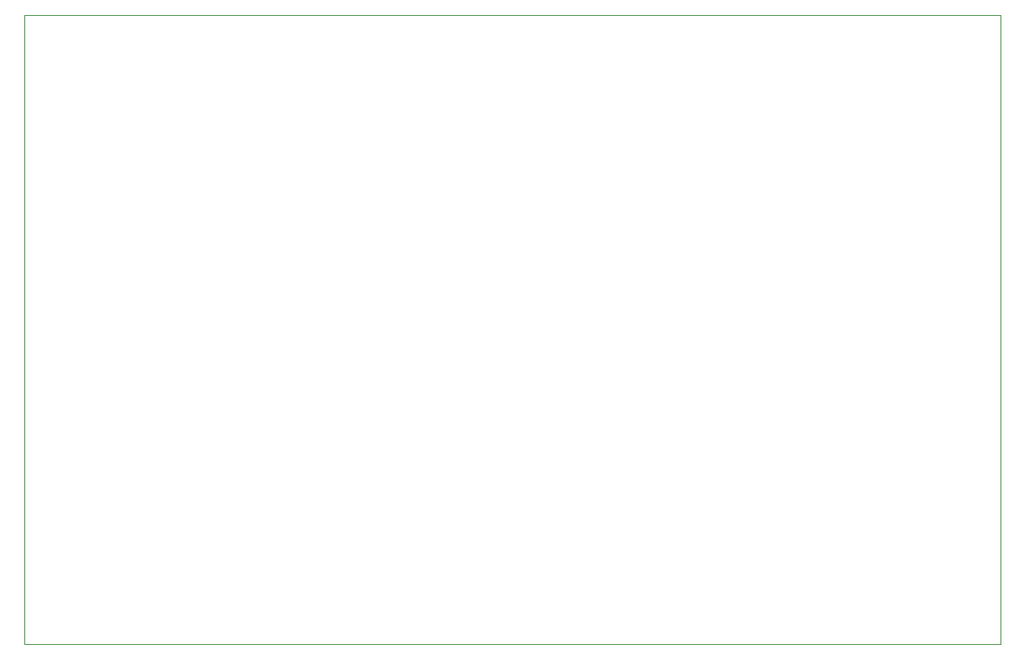
<source format=gbr>
G04 --- HEADER BEGIN --- *
G04 #@! TF.GenerationSoftware,LibrePCB,LibrePCB,1.1.0*
G04 #@! TF.CreationDate,2024-10-06T22:41:27*
G04 #@! TF.ProjectId,phase1,27a80e89-1002-442c-b00c-c9f2b2e6cdd7,v1*
G04 #@! TF.Part,Single*
G04 #@! TF.SameCoordinates*
G04 #@! TF.FileFunction,Profile,NP*
%FSLAX66Y66*%
%MOMM*%
G01*
G75*
G04 --- HEADER END --- *
G04 --- APERTURE LIST BEGIN --- *
G04 #@! TA.AperFunction,Profile*
%ADD10C,0.001*%
G04 #@! TD*
G04 --- APERTURE LIST END --- *
G04 --- BOARD BEGIN --- *
D10*
X0Y0D02*
X98425000Y0D01*
X98425000Y63500000D01*
X0Y63490000D01*
X0Y0D01*
G04 --- BOARD END --- *
G04 #@! TF.MD5,70ede33f884ff47e662479978d350b2f*
M02*

</source>
